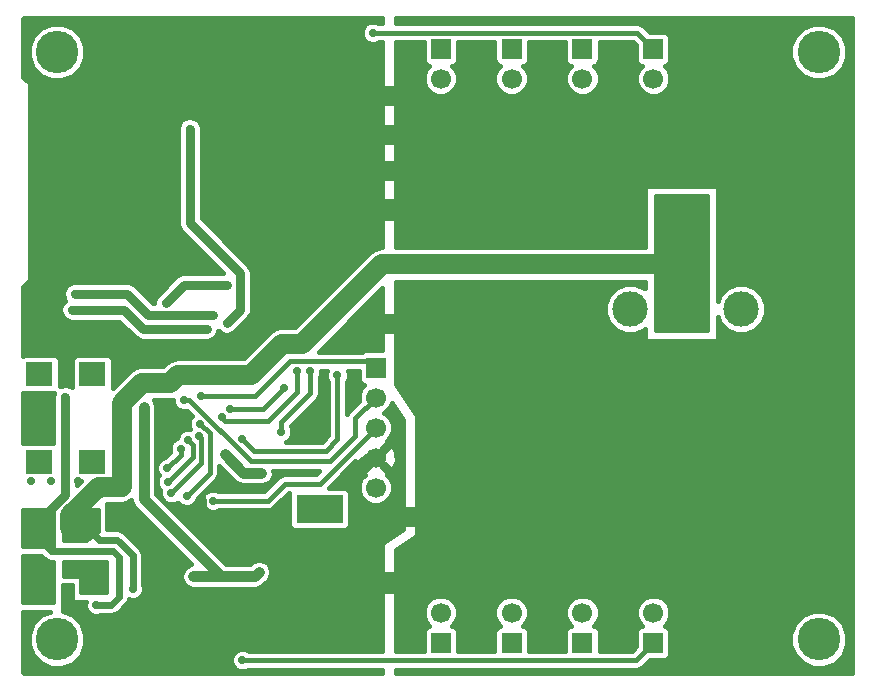
<source format=gbl>
G04 (created by PCBNEW (2013-07-07 BZR 4022)-stable) date 8/5/2019 09:37:44*
%MOIN*%
G04 Gerber Fmt 3.4, Leading zero omitted, Abs format*
%FSLAX34Y34*%
G01*
G70*
G90*
G04 APERTURE LIST*
%ADD10C,0.00590551*%
%ADD11R,0.0905512X0.0787402*%
%ADD12R,0.0688976X0.0787402*%
%ADD13C,0.0275591*%
%ADD14C,0.11811*%
%ADD15R,0.0669291X0.0669291*%
%ADD16C,0.0669291*%
%ADD17C,0.141732*%
%ADD18C,0.0314961*%
%ADD19R,0.155811X0.091811*%
%ADD20R,0.0866142X0.173228*%
%ADD21C,0.0354331*%
%ADD22C,0.0314961*%
%ADD23C,0.015748*%
%ADD24C,0.023622*%
%ADD25C,0.0669291*%
%ADD26C,0.0354331*%
%ADD27C,0.0748031*%
G04 APERTURE END LIST*
G54D10*
G54D11*
X26968Y-27283D03*
X26968Y-30196D03*
G54D12*
X25098Y-27283D03*
X25098Y-30196D03*
G54D11*
X25206Y-27283D03*
X25206Y-30196D03*
G54D13*
X31240Y-36889D03*
X28326Y-36850D03*
X29173Y-35472D03*
X28307Y-32027D03*
X27618Y-32027D03*
X24921Y-30826D03*
X25590Y-30826D03*
X29606Y-20236D03*
X27185Y-15846D03*
X29350Y-15944D03*
X27992Y-36318D03*
X26476Y-30826D03*
G54D14*
X44901Y-25098D03*
X46751Y-25098D03*
X48602Y-25098D03*
G54D13*
X26830Y-32421D03*
X24901Y-34547D03*
X28503Y-26240D03*
X27618Y-25649D03*
X30787Y-36594D03*
X27913Y-27224D03*
X28858Y-24527D03*
X27145Y-26515D03*
X28070Y-32460D03*
X25610Y-22401D03*
X25846Y-20767D03*
X25748Y-19291D03*
X27027Y-20374D03*
X26692Y-21614D03*
X29448Y-19074D03*
X31515Y-20354D03*
X30925Y-22185D03*
X30826Y-19625D03*
X27637Y-16988D03*
X28208Y-16082D03*
X29409Y-16889D03*
X27106Y-36771D03*
X31240Y-34724D03*
X33720Y-33228D03*
X33287Y-33661D03*
X33287Y-32834D03*
X35767Y-33464D03*
X36043Y-31850D03*
X36397Y-34094D03*
X35531Y-32913D03*
X36358Y-32913D03*
X48818Y-35629D03*
X49606Y-34842D03*
X48818Y-34055D03*
X50393Y-34055D03*
X50393Y-32480D03*
X49606Y-33267D03*
X48818Y-32480D03*
X36535Y-17657D03*
X36555Y-18779D03*
X36555Y-19980D03*
X36555Y-21141D03*
X35314Y-16181D03*
X33129Y-30649D03*
X27047Y-19192D03*
X28346Y-19192D03*
X25078Y-25964D03*
X26338Y-25728D03*
X26043Y-26791D03*
X28425Y-32854D03*
X28503Y-22696D03*
X29448Y-22401D03*
X29448Y-21259D03*
X28523Y-20275D03*
X28011Y-21456D03*
X31515Y-19173D03*
X30826Y-21102D03*
X31673Y-22165D03*
X27125Y-22598D03*
X32952Y-23897D03*
X32854Y-25551D03*
X32224Y-26259D03*
X33385Y-24724D03*
X33700Y-23622D03*
X33799Y-22125D03*
X34586Y-21338D03*
X33759Y-20629D03*
X34685Y-20413D03*
X30669Y-16377D03*
X34429Y-18011D03*
X33366Y-17893D03*
X34232Y-16889D03*
X32854Y-17007D03*
X31555Y-17007D03*
X33759Y-15846D03*
X32086Y-15944D03*
X32976Y-36019D03*
X32614Y-35531D03*
X35629Y-28051D03*
X35925Y-26181D03*
X25098Y-29232D03*
X25098Y-28444D03*
X37106Y-30629D03*
X37106Y-29547D03*
X37598Y-36043D03*
X35826Y-36043D03*
X39763Y-16358D03*
X42125Y-16358D03*
X44488Y-16358D03*
X44488Y-36338D03*
X42125Y-36338D03*
X39763Y-36338D03*
X38267Y-21338D03*
X44370Y-31338D03*
X24901Y-32480D03*
X26240Y-32421D03*
G54D15*
X45669Y-36228D03*
G54D16*
X45669Y-35228D03*
X45669Y-34228D03*
G54D15*
X40944Y-36228D03*
G54D16*
X40944Y-35228D03*
X40944Y-34228D03*
G54D15*
X38582Y-36228D03*
G54D16*
X38582Y-35228D03*
X38582Y-34228D03*
G54D15*
X38582Y-16429D03*
G54D16*
X38582Y-17429D03*
X38582Y-18429D03*
G54D15*
X40944Y-16429D03*
G54D16*
X40944Y-17429D03*
X40944Y-18429D03*
G54D15*
X45669Y-16429D03*
G54D16*
X45669Y-17429D03*
X45669Y-18429D03*
G54D15*
X43307Y-16429D03*
G54D16*
X43307Y-17429D03*
X43307Y-18429D03*
G54D15*
X43307Y-36228D03*
G54D16*
X43307Y-35228D03*
X43307Y-34228D03*
G54D13*
X48818Y-18208D03*
X49606Y-18996D03*
X50393Y-18208D03*
X50393Y-19783D03*
X48818Y-19783D03*
X49606Y-20570D03*
X50393Y-21358D03*
X26771Y-34370D03*
X24901Y-33858D03*
G54D15*
X36417Y-27059D03*
G54D16*
X36417Y-28059D03*
X36417Y-29059D03*
X36417Y-30059D03*
X36417Y-31059D03*
G54D17*
X25787Y-16535D03*
X25787Y-36122D03*
X51181Y-36122D03*
X51181Y-16535D03*
G54D18*
X34192Y-31771D03*
X34901Y-31771D03*
G54D19*
X34547Y-31770D03*
G54D20*
X48818Y-22480D03*
G54D21*
X49015Y-23031D03*
X49015Y-22480D03*
X49015Y-21968D03*
G54D20*
X46456Y-22480D03*
G54D21*
X46259Y-23031D03*
X46259Y-22480D03*
X46259Y-21968D03*
X46653Y-21968D03*
X47047Y-21968D03*
X47047Y-22480D03*
X46653Y-22480D03*
X46653Y-23031D03*
X47047Y-23031D03*
X48228Y-21968D03*
X48622Y-21968D03*
X48622Y-22480D03*
X48228Y-22480D03*
X48228Y-23031D03*
X48622Y-23031D03*
G54D20*
X48425Y-22480D03*
X46850Y-22480D03*
G54D13*
X31003Y-25314D03*
X26377Y-24606D03*
X30216Y-19094D03*
X31456Y-25570D03*
X30787Y-25767D03*
X26299Y-25137D03*
X30988Y-31500D03*
X36318Y-15905D03*
X31555Y-28444D03*
X33366Y-27736D03*
X31279Y-28720D03*
X33779Y-27165D03*
X34232Y-27185D03*
X33267Y-29192D03*
X30118Y-31338D03*
X30551Y-28927D03*
X30531Y-29350D03*
X29606Y-31240D03*
X29488Y-30866D03*
X30167Y-29468D03*
X29468Y-30413D03*
X29921Y-29763D03*
X31968Y-36811D03*
X30019Y-28129D03*
X30590Y-28011D03*
X28311Y-34433D03*
X26594Y-35177D03*
X30334Y-26358D03*
X34700Y-29299D03*
X34385Y-28413D03*
X36496Y-22893D03*
X45078Y-28897D03*
X37834Y-21791D03*
X36019Y-32303D03*
X31814Y-32681D03*
X30590Y-31476D03*
X33606Y-35039D03*
X30669Y-34586D03*
X44940Y-30826D03*
X35137Y-27322D03*
X31968Y-29448D03*
X27106Y-34960D03*
X26062Y-28031D03*
X28677Y-30614D03*
X28677Y-28377D03*
X31456Y-24311D03*
X29429Y-24901D03*
X31377Y-29940D03*
X32606Y-30570D03*
X30334Y-34015D03*
X32519Y-33877D03*
G54D22*
X28838Y-25314D02*
X31003Y-25314D01*
X28129Y-24606D02*
X28838Y-25314D01*
X26377Y-24606D02*
X28129Y-24606D01*
X30216Y-19094D02*
X30216Y-22244D01*
X30216Y-22244D02*
X31889Y-23917D01*
X31889Y-25137D02*
X31889Y-23917D01*
X31456Y-25570D02*
X31889Y-25137D01*
X30787Y-25767D02*
X28661Y-25767D01*
X28661Y-25767D02*
X28031Y-25137D01*
X26299Y-25137D02*
X28031Y-25137D01*
G54D23*
X30988Y-31500D02*
X32811Y-31500D01*
X32811Y-31500D02*
X33381Y-30929D01*
X34547Y-30929D02*
X33381Y-30929D01*
X36417Y-29059D02*
X34547Y-30929D01*
X36328Y-15895D02*
X36318Y-15905D01*
X45669Y-16429D02*
X45135Y-15895D01*
X45135Y-15895D02*
X36328Y-15895D01*
X33366Y-27736D02*
X32657Y-28444D01*
X32657Y-28444D02*
X31555Y-28444D01*
X33779Y-27877D02*
X32818Y-28838D01*
X33779Y-27165D02*
X33779Y-27877D01*
X31397Y-28838D02*
X32818Y-28838D01*
X31397Y-28838D02*
X31279Y-28720D01*
X34232Y-27185D02*
X34232Y-27901D01*
X33267Y-28866D02*
X33267Y-29192D01*
X34232Y-27901D02*
X33267Y-28866D01*
X30118Y-31338D02*
X30875Y-30580D01*
X30875Y-29251D02*
X30551Y-28927D01*
X30875Y-30580D02*
X30875Y-29251D01*
X30600Y-29419D02*
X30600Y-30246D01*
X30600Y-30246D02*
X29606Y-31240D01*
X30531Y-29350D02*
X30600Y-29419D01*
X29488Y-30866D02*
X30324Y-30029D01*
X30324Y-29625D02*
X30167Y-29468D01*
X30324Y-30029D02*
X30324Y-29625D01*
X29921Y-29960D02*
X29921Y-29763D01*
X29468Y-30413D02*
X29921Y-29960D01*
X31968Y-36811D02*
X45086Y-36811D01*
X45669Y-36228D02*
X45086Y-36811D01*
X32244Y-30177D02*
X34901Y-30177D01*
X30196Y-28129D02*
X30019Y-28129D01*
X32244Y-30177D02*
X30196Y-28129D01*
X35728Y-28748D02*
X36417Y-28059D01*
X35728Y-29350D02*
X35728Y-28748D01*
X34901Y-30177D02*
X35728Y-29350D01*
X33543Y-26850D02*
X36208Y-26850D01*
X36208Y-26850D02*
X36417Y-27059D01*
X32381Y-28011D02*
X33543Y-26850D01*
X30590Y-28011D02*
X32381Y-28011D01*
G54D24*
X27200Y-32791D02*
X27791Y-32791D01*
X27791Y-32791D02*
X28311Y-33311D01*
X28311Y-33311D02*
X28311Y-34433D01*
X26830Y-32421D02*
X27200Y-32791D01*
G54D25*
X26240Y-32421D02*
X26240Y-31988D01*
X29566Y-27578D02*
X29822Y-27322D01*
X33956Y-26279D02*
X33291Y-26279D01*
X28622Y-27578D02*
X29566Y-27578D01*
X27968Y-28232D02*
X28622Y-27578D01*
X36614Y-23622D02*
X46515Y-23622D01*
X46850Y-23287D02*
X46850Y-22480D01*
X46515Y-23622D02*
X46850Y-23287D01*
X36614Y-23622D02*
X33956Y-26279D01*
X32248Y-27322D02*
X33291Y-26279D01*
X29822Y-27322D02*
X32248Y-27322D01*
X27968Y-28232D02*
X27968Y-31003D01*
X27948Y-31023D02*
X27968Y-31003D01*
X27204Y-31023D02*
X27948Y-31023D01*
X26240Y-31988D02*
X27204Y-31023D01*
G54D26*
X26594Y-35177D02*
X26929Y-35511D01*
X26929Y-35511D02*
X28149Y-35511D01*
X28149Y-35511D02*
X29074Y-34586D01*
X29074Y-34586D02*
X30669Y-34586D01*
G54D25*
X35925Y-26181D02*
X35925Y-25885D01*
X36220Y-25590D02*
X38090Y-25590D01*
X35925Y-25885D02*
X36220Y-25590D01*
X38582Y-34228D02*
X38582Y-32322D01*
X38307Y-32047D02*
X36968Y-32047D01*
X38582Y-32322D02*
X38307Y-32047D01*
X37834Y-19763D02*
X37834Y-18385D01*
X37460Y-18011D02*
X36279Y-18011D01*
X37834Y-18385D02*
X37460Y-18011D01*
X37834Y-20885D02*
X37834Y-19763D01*
X37381Y-19311D02*
X36299Y-19311D01*
X37834Y-19763D02*
X37381Y-19311D01*
X37834Y-21791D02*
X37834Y-20885D01*
X37460Y-20511D02*
X36279Y-20511D01*
X37834Y-20885D02*
X37460Y-20511D01*
G54D26*
X34700Y-28728D02*
X34700Y-29299D01*
X34385Y-28413D02*
X34700Y-28728D01*
G54D27*
X36019Y-32303D02*
X36019Y-34149D01*
X36098Y-34228D02*
X38582Y-34228D01*
X36019Y-34149D02*
X36098Y-34228D01*
X37834Y-21791D02*
X36322Y-21791D01*
G54D26*
X36417Y-30059D02*
X36153Y-30059D01*
X36153Y-30059D02*
X35740Y-30472D01*
X35740Y-30472D02*
X35740Y-32023D01*
X35740Y-32023D02*
X36019Y-32303D01*
X31334Y-32681D02*
X31814Y-32681D01*
X30590Y-31937D02*
X31334Y-32681D01*
X30590Y-31476D02*
X30590Y-31937D01*
X30669Y-34586D02*
X31122Y-35039D01*
X31122Y-35039D02*
X33606Y-35039D01*
G54D23*
X34748Y-29842D02*
X32362Y-29842D01*
X35137Y-27322D02*
X35137Y-29452D01*
X32362Y-29842D02*
X31968Y-29448D01*
X35137Y-29452D02*
X34748Y-29842D01*
G54D24*
X27598Y-34960D02*
X27854Y-34704D01*
X27106Y-34960D02*
X27598Y-34960D01*
X27854Y-33366D02*
X27854Y-34704D01*
X27657Y-33169D02*
X27765Y-33277D01*
X27765Y-33277D02*
X27854Y-33366D01*
X25590Y-33169D02*
X27657Y-33169D01*
G54D22*
X26062Y-31318D02*
X24901Y-32480D01*
X26062Y-28031D02*
X26062Y-31318D01*
G54D24*
X24901Y-32480D02*
X25590Y-33169D01*
G54D26*
X28677Y-30614D02*
X28677Y-31433D01*
X28677Y-31433D02*
X31259Y-34015D01*
X28677Y-30614D02*
X28677Y-30618D01*
X28677Y-28377D02*
X28677Y-30618D01*
G54D22*
X30019Y-24311D02*
X31456Y-24311D01*
X29429Y-24901D02*
X30019Y-24311D01*
G54D26*
X32007Y-30570D02*
X31377Y-29940D01*
X32606Y-30570D02*
X32007Y-30570D01*
X32381Y-34015D02*
X32519Y-33877D01*
X31259Y-34015D02*
X32381Y-34015D01*
X30334Y-34015D02*
X31259Y-34015D01*
G54D10*
G36*
X47460Y-25807D02*
X45748Y-25807D01*
X45748Y-21338D01*
X47460Y-21338D01*
X47460Y-25807D01*
X47460Y-25807D01*
G37*
G54D23*
X47460Y-25807D02*
X45748Y-25807D01*
X45748Y-21338D01*
X47460Y-21338D01*
X47460Y-25807D01*
G54D10*
G36*
X52303Y-37179D02*
X52295Y-37218D01*
X52288Y-37228D01*
X52276Y-37236D01*
X52238Y-37244D01*
X52126Y-37244D01*
X52126Y-35934D01*
X52126Y-16348D01*
X51982Y-16000D01*
X51717Y-15734D01*
X51369Y-15590D01*
X50993Y-15590D01*
X50646Y-15733D01*
X50380Y-15999D01*
X50236Y-16346D01*
X50236Y-16722D01*
X50379Y-17069D01*
X50645Y-17335D01*
X50992Y-17480D01*
X51368Y-17480D01*
X51715Y-17336D01*
X51981Y-17071D01*
X52125Y-16724D01*
X52126Y-16348D01*
X52126Y-35934D01*
X51982Y-35587D01*
X51717Y-35321D01*
X51369Y-35177D01*
X50993Y-35177D01*
X50646Y-35320D01*
X50380Y-35586D01*
X50236Y-35933D01*
X50236Y-36309D01*
X50379Y-36656D01*
X50645Y-36922D01*
X50992Y-37066D01*
X51368Y-37067D01*
X51715Y-36923D01*
X51981Y-36657D01*
X52125Y-36310D01*
X52126Y-35934D01*
X52126Y-37244D01*
X37086Y-37244D01*
X37086Y-37125D01*
X45086Y-37125D01*
X45086Y-37125D01*
X45207Y-37102D01*
X45309Y-37033D01*
X45543Y-36799D01*
X46050Y-36799D01*
X46137Y-36763D01*
X46204Y-36696D01*
X46240Y-36610D01*
X46240Y-36516D01*
X46240Y-35846D01*
X46204Y-35760D01*
X46137Y-35693D01*
X46051Y-35657D01*
X46047Y-35657D01*
X46152Y-35552D01*
X46240Y-35342D01*
X46240Y-35115D01*
X46153Y-34905D01*
X45993Y-34744D01*
X45783Y-34657D01*
X45556Y-34657D01*
X45346Y-34744D01*
X45185Y-34904D01*
X45098Y-35114D01*
X45098Y-35341D01*
X45185Y-35551D01*
X45291Y-35657D01*
X45287Y-35657D01*
X45201Y-35693D01*
X45134Y-35759D01*
X45098Y-35846D01*
X45098Y-35940D01*
X45098Y-36353D01*
X44956Y-36496D01*
X43877Y-36496D01*
X43877Y-35846D01*
X43842Y-35760D01*
X43775Y-35693D01*
X43688Y-35657D01*
X43685Y-35657D01*
X43790Y-35552D01*
X43877Y-35342D01*
X43878Y-35115D01*
X43791Y-34905D01*
X43630Y-34744D01*
X43421Y-34657D01*
X43194Y-34657D01*
X42984Y-34744D01*
X42823Y-34904D01*
X42736Y-35114D01*
X42736Y-35341D01*
X42822Y-35551D01*
X42928Y-35657D01*
X42925Y-35657D01*
X42838Y-35693D01*
X42772Y-35759D01*
X42736Y-35846D01*
X42736Y-35940D01*
X42736Y-36496D01*
X41515Y-36496D01*
X41515Y-35846D01*
X41479Y-35760D01*
X41413Y-35693D01*
X41326Y-35657D01*
X41322Y-35657D01*
X41428Y-35552D01*
X41515Y-35342D01*
X41515Y-35115D01*
X41429Y-34905D01*
X41268Y-34744D01*
X41058Y-34657D01*
X40831Y-34657D01*
X40621Y-34744D01*
X40461Y-34904D01*
X40374Y-35114D01*
X40373Y-35341D01*
X40460Y-35551D01*
X40566Y-35657D01*
X40563Y-35657D01*
X40476Y-35693D01*
X40410Y-35759D01*
X40374Y-35846D01*
X40373Y-35940D01*
X40373Y-36496D01*
X39153Y-36496D01*
X39153Y-35846D01*
X39117Y-35760D01*
X39051Y-35693D01*
X38964Y-35657D01*
X38960Y-35657D01*
X39066Y-35552D01*
X39153Y-35342D01*
X39153Y-35115D01*
X39066Y-34905D01*
X38906Y-34744D01*
X38696Y-34657D01*
X38469Y-34657D01*
X38259Y-34744D01*
X38099Y-34904D01*
X38011Y-35114D01*
X38011Y-35341D01*
X38098Y-35551D01*
X38204Y-35657D01*
X38201Y-35657D01*
X38114Y-35693D01*
X38047Y-35759D01*
X38011Y-35846D01*
X38011Y-35940D01*
X38011Y-36496D01*
X37086Y-36496D01*
X37086Y-33152D01*
X37795Y-32679D01*
X37795Y-28676D01*
X37086Y-27613D01*
X37086Y-24192D01*
X45393Y-24192D01*
X45393Y-24421D01*
X45370Y-24397D01*
X45066Y-24271D01*
X44737Y-24271D01*
X44433Y-24397D01*
X44201Y-24629D01*
X44074Y-24933D01*
X44074Y-25262D01*
X44200Y-25566D01*
X44432Y-25798D01*
X44736Y-25925D01*
X45065Y-25925D01*
X45369Y-25799D01*
X45393Y-25775D01*
X45393Y-26161D01*
X47814Y-26161D01*
X47814Y-25357D01*
X47901Y-25566D01*
X48133Y-25798D01*
X48437Y-25925D01*
X48766Y-25925D01*
X49070Y-25799D01*
X49302Y-25567D01*
X49428Y-25263D01*
X49429Y-24934D01*
X49303Y-24630D01*
X49071Y-24397D01*
X48767Y-24271D01*
X48438Y-24271D01*
X48134Y-24397D01*
X47901Y-24629D01*
X47814Y-24838D01*
X47814Y-21003D01*
X45393Y-21003D01*
X45393Y-23051D01*
X37086Y-23051D01*
X37086Y-16210D01*
X38011Y-16210D01*
X38011Y-16810D01*
X38047Y-16897D01*
X38114Y-16963D01*
X38200Y-16999D01*
X38204Y-16999D01*
X38099Y-17105D01*
X38011Y-17315D01*
X38011Y-17542D01*
X38098Y-17752D01*
X38258Y-17912D01*
X38468Y-17999D01*
X38695Y-18000D01*
X38905Y-17913D01*
X39066Y-17752D01*
X39153Y-17543D01*
X39153Y-17316D01*
X39066Y-17106D01*
X38960Y-17000D01*
X38964Y-17000D01*
X39050Y-16964D01*
X39117Y-16897D01*
X39153Y-16810D01*
X39153Y-16716D01*
X39153Y-16210D01*
X40373Y-16210D01*
X40373Y-16810D01*
X40409Y-16897D01*
X40476Y-16963D01*
X40563Y-16999D01*
X40566Y-16999D01*
X40461Y-17105D01*
X40374Y-17315D01*
X40373Y-17542D01*
X40460Y-17752D01*
X40621Y-17912D01*
X40830Y-17999D01*
X41057Y-18000D01*
X41267Y-17913D01*
X41428Y-17752D01*
X41515Y-17543D01*
X41515Y-17316D01*
X41429Y-17106D01*
X41323Y-17000D01*
X41326Y-17000D01*
X41413Y-16964D01*
X41479Y-16897D01*
X41515Y-16810D01*
X41515Y-16716D01*
X41515Y-16210D01*
X42736Y-16210D01*
X42736Y-16810D01*
X42772Y-16897D01*
X42838Y-16963D01*
X42925Y-16999D01*
X42928Y-16999D01*
X42823Y-17105D01*
X42736Y-17315D01*
X42736Y-17542D01*
X42822Y-17752D01*
X42983Y-17912D01*
X43193Y-17999D01*
X43420Y-18000D01*
X43630Y-17913D01*
X43790Y-17752D01*
X43877Y-17543D01*
X43878Y-17316D01*
X43791Y-17106D01*
X43685Y-17000D01*
X43688Y-17000D01*
X43775Y-16964D01*
X43841Y-16897D01*
X43877Y-16810D01*
X43877Y-16716D01*
X43877Y-16210D01*
X45005Y-16210D01*
X45098Y-16303D01*
X45098Y-16810D01*
X45134Y-16897D01*
X45200Y-16963D01*
X45287Y-16999D01*
X45291Y-16999D01*
X45185Y-17105D01*
X45098Y-17315D01*
X45098Y-17542D01*
X45185Y-17752D01*
X45345Y-17912D01*
X45555Y-17999D01*
X45782Y-18000D01*
X45992Y-17913D01*
X46152Y-17752D01*
X46240Y-17543D01*
X46240Y-17316D01*
X46153Y-17106D01*
X46047Y-17000D01*
X46050Y-17000D01*
X46137Y-16964D01*
X46204Y-16897D01*
X46240Y-16810D01*
X46240Y-16716D01*
X46240Y-16047D01*
X46204Y-15960D01*
X46137Y-15894D01*
X46051Y-15858D01*
X45957Y-15858D01*
X45543Y-15858D01*
X45358Y-15672D01*
X45256Y-15604D01*
X45135Y-15580D01*
X37086Y-15580D01*
X37086Y-15413D01*
X52238Y-15413D01*
X52276Y-15420D01*
X52288Y-15428D01*
X52295Y-15439D01*
X52303Y-15478D01*
X52303Y-37179D01*
X52303Y-37179D01*
G37*
G54D23*
X52303Y-37179D02*
X52295Y-37218D01*
X52288Y-37228D01*
X52276Y-37236D01*
X52238Y-37244D01*
X52126Y-37244D01*
X52126Y-35934D01*
X52126Y-16348D01*
X51982Y-16000D01*
X51717Y-15734D01*
X51369Y-15590D01*
X50993Y-15590D01*
X50646Y-15733D01*
X50380Y-15999D01*
X50236Y-16346D01*
X50236Y-16722D01*
X50379Y-17069D01*
X50645Y-17335D01*
X50992Y-17480D01*
X51368Y-17480D01*
X51715Y-17336D01*
X51981Y-17071D01*
X52125Y-16724D01*
X52126Y-16348D01*
X52126Y-35934D01*
X51982Y-35587D01*
X51717Y-35321D01*
X51369Y-35177D01*
X50993Y-35177D01*
X50646Y-35320D01*
X50380Y-35586D01*
X50236Y-35933D01*
X50236Y-36309D01*
X50379Y-36656D01*
X50645Y-36922D01*
X50992Y-37066D01*
X51368Y-37067D01*
X51715Y-36923D01*
X51981Y-36657D01*
X52125Y-36310D01*
X52126Y-35934D01*
X52126Y-37244D01*
X37086Y-37244D01*
X37086Y-37125D01*
X45086Y-37125D01*
X45086Y-37125D01*
X45207Y-37102D01*
X45309Y-37033D01*
X45543Y-36799D01*
X46050Y-36799D01*
X46137Y-36763D01*
X46204Y-36696D01*
X46240Y-36610D01*
X46240Y-36516D01*
X46240Y-35846D01*
X46204Y-35760D01*
X46137Y-35693D01*
X46051Y-35657D01*
X46047Y-35657D01*
X46152Y-35552D01*
X46240Y-35342D01*
X46240Y-35115D01*
X46153Y-34905D01*
X45993Y-34744D01*
X45783Y-34657D01*
X45556Y-34657D01*
X45346Y-34744D01*
X45185Y-34904D01*
X45098Y-35114D01*
X45098Y-35341D01*
X45185Y-35551D01*
X45291Y-35657D01*
X45287Y-35657D01*
X45201Y-35693D01*
X45134Y-35759D01*
X45098Y-35846D01*
X45098Y-35940D01*
X45098Y-36353D01*
X44956Y-36496D01*
X43877Y-36496D01*
X43877Y-35846D01*
X43842Y-35760D01*
X43775Y-35693D01*
X43688Y-35657D01*
X43685Y-35657D01*
X43790Y-35552D01*
X43877Y-35342D01*
X43878Y-35115D01*
X43791Y-34905D01*
X43630Y-34744D01*
X43421Y-34657D01*
X43194Y-34657D01*
X42984Y-34744D01*
X42823Y-34904D01*
X42736Y-35114D01*
X42736Y-35341D01*
X42822Y-35551D01*
X42928Y-35657D01*
X42925Y-35657D01*
X42838Y-35693D01*
X42772Y-35759D01*
X42736Y-35846D01*
X42736Y-35940D01*
X42736Y-36496D01*
X41515Y-36496D01*
X41515Y-35846D01*
X41479Y-35760D01*
X41413Y-35693D01*
X41326Y-35657D01*
X41322Y-35657D01*
X41428Y-35552D01*
X41515Y-35342D01*
X41515Y-35115D01*
X41429Y-34905D01*
X41268Y-34744D01*
X41058Y-34657D01*
X40831Y-34657D01*
X40621Y-34744D01*
X40461Y-34904D01*
X40374Y-35114D01*
X40373Y-35341D01*
X40460Y-35551D01*
X40566Y-35657D01*
X40563Y-35657D01*
X40476Y-35693D01*
X40410Y-35759D01*
X40374Y-35846D01*
X40373Y-35940D01*
X40373Y-36496D01*
X39153Y-36496D01*
X39153Y-35846D01*
X39117Y-35760D01*
X39051Y-35693D01*
X38964Y-35657D01*
X38960Y-35657D01*
X39066Y-35552D01*
X39153Y-35342D01*
X39153Y-35115D01*
X39066Y-34905D01*
X38906Y-34744D01*
X38696Y-34657D01*
X38469Y-34657D01*
X38259Y-34744D01*
X38099Y-34904D01*
X38011Y-35114D01*
X38011Y-35341D01*
X38098Y-35551D01*
X38204Y-35657D01*
X38201Y-35657D01*
X38114Y-35693D01*
X38047Y-35759D01*
X38011Y-35846D01*
X38011Y-35940D01*
X38011Y-36496D01*
X37086Y-36496D01*
X37086Y-33152D01*
X37795Y-32679D01*
X37795Y-28676D01*
X37086Y-27613D01*
X37086Y-24192D01*
X45393Y-24192D01*
X45393Y-24421D01*
X45370Y-24397D01*
X45066Y-24271D01*
X44737Y-24271D01*
X44433Y-24397D01*
X44201Y-24629D01*
X44074Y-24933D01*
X44074Y-25262D01*
X44200Y-25566D01*
X44432Y-25798D01*
X44736Y-25925D01*
X45065Y-25925D01*
X45369Y-25799D01*
X45393Y-25775D01*
X45393Y-26161D01*
X47814Y-26161D01*
X47814Y-25357D01*
X47901Y-25566D01*
X48133Y-25798D01*
X48437Y-25925D01*
X48766Y-25925D01*
X49070Y-25799D01*
X49302Y-25567D01*
X49428Y-25263D01*
X49429Y-24934D01*
X49303Y-24630D01*
X49071Y-24397D01*
X48767Y-24271D01*
X48438Y-24271D01*
X48134Y-24397D01*
X47901Y-24629D01*
X47814Y-24838D01*
X47814Y-21003D01*
X45393Y-21003D01*
X45393Y-23051D01*
X37086Y-23051D01*
X37086Y-16210D01*
X38011Y-16210D01*
X38011Y-16810D01*
X38047Y-16897D01*
X38114Y-16963D01*
X38200Y-16999D01*
X38204Y-16999D01*
X38099Y-17105D01*
X38011Y-17315D01*
X38011Y-17542D01*
X38098Y-17752D01*
X38258Y-17912D01*
X38468Y-17999D01*
X38695Y-18000D01*
X38905Y-17913D01*
X39066Y-17752D01*
X39153Y-17543D01*
X39153Y-17316D01*
X39066Y-17106D01*
X38960Y-17000D01*
X38964Y-17000D01*
X39050Y-16964D01*
X39117Y-16897D01*
X39153Y-16810D01*
X39153Y-16716D01*
X39153Y-16210D01*
X40373Y-16210D01*
X40373Y-16810D01*
X40409Y-16897D01*
X40476Y-16963D01*
X40563Y-16999D01*
X40566Y-16999D01*
X40461Y-17105D01*
X40374Y-17315D01*
X40373Y-17542D01*
X40460Y-17752D01*
X40621Y-17912D01*
X40830Y-17999D01*
X41057Y-18000D01*
X41267Y-17913D01*
X41428Y-17752D01*
X41515Y-17543D01*
X41515Y-17316D01*
X41429Y-17106D01*
X41323Y-17000D01*
X41326Y-17000D01*
X41413Y-16964D01*
X41479Y-16897D01*
X41515Y-16810D01*
X41515Y-16716D01*
X41515Y-16210D01*
X42736Y-16210D01*
X42736Y-16810D01*
X42772Y-16897D01*
X42838Y-16963D01*
X42925Y-16999D01*
X42928Y-16999D01*
X42823Y-17105D01*
X42736Y-17315D01*
X42736Y-17542D01*
X42822Y-17752D01*
X42983Y-17912D01*
X43193Y-17999D01*
X43420Y-18000D01*
X43630Y-17913D01*
X43790Y-17752D01*
X43877Y-17543D01*
X43878Y-17316D01*
X43791Y-17106D01*
X43685Y-17000D01*
X43688Y-17000D01*
X43775Y-16964D01*
X43841Y-16897D01*
X43877Y-16810D01*
X43877Y-16716D01*
X43877Y-16210D01*
X45005Y-16210D01*
X45098Y-16303D01*
X45098Y-16810D01*
X45134Y-16897D01*
X45200Y-16963D01*
X45287Y-16999D01*
X45291Y-16999D01*
X45185Y-17105D01*
X45098Y-17315D01*
X45098Y-17542D01*
X45185Y-17752D01*
X45345Y-17912D01*
X45555Y-17999D01*
X45782Y-18000D01*
X45992Y-17913D01*
X46152Y-17752D01*
X46240Y-17543D01*
X46240Y-17316D01*
X46153Y-17106D01*
X46047Y-17000D01*
X46050Y-17000D01*
X46137Y-16964D01*
X46204Y-16897D01*
X46240Y-16810D01*
X46240Y-16716D01*
X46240Y-16047D01*
X46204Y-15960D01*
X46137Y-15894D01*
X46051Y-15858D01*
X45957Y-15858D01*
X45543Y-15858D01*
X45358Y-15672D01*
X45256Y-15604D01*
X45135Y-15580D01*
X37086Y-15580D01*
X37086Y-15413D01*
X52238Y-15413D01*
X52276Y-15420D01*
X52288Y-15428D01*
X52295Y-15439D01*
X52303Y-15478D01*
X52303Y-37179D01*
G54D10*
G36*
X25692Y-27913D02*
X25669Y-28031D01*
X25669Y-29566D01*
X25612Y-29566D01*
X25396Y-29566D01*
X24707Y-29566D01*
X24665Y-29584D01*
X24665Y-27896D01*
X24706Y-27913D01*
X24800Y-27913D01*
X25489Y-27913D01*
X25692Y-27913D01*
X25692Y-27913D01*
G37*
G54D23*
X25692Y-27913D02*
X25669Y-28031D01*
X25669Y-29566D01*
X25612Y-29566D01*
X25396Y-29566D01*
X24707Y-29566D01*
X24665Y-29584D01*
X24665Y-27896D01*
X24706Y-27913D01*
X24800Y-27913D01*
X25489Y-27913D01*
X25692Y-27913D01*
G54D10*
G36*
X26594Y-30826D02*
X26456Y-30964D01*
X26456Y-30821D01*
X26468Y-30826D01*
X26562Y-30826D01*
X26594Y-30826D01*
X26594Y-30826D01*
G37*
G54D23*
X26594Y-30826D02*
X26456Y-30964D01*
X26456Y-30821D01*
X26468Y-30826D01*
X26562Y-30826D01*
X26594Y-30826D01*
G54D10*
G36*
X34822Y-29322D02*
X34617Y-29527D01*
X33437Y-29527D01*
X33479Y-29510D01*
X33584Y-29405D01*
X33641Y-29267D01*
X33641Y-29118D01*
X33588Y-28990D01*
X34454Y-28124D01*
X34454Y-28124D01*
X34523Y-28022D01*
X34547Y-27901D01*
X34547Y-27901D01*
X34547Y-27399D01*
X34549Y-27397D01*
X34606Y-27259D01*
X34606Y-27165D01*
X34798Y-27165D01*
X34763Y-27248D01*
X34763Y-27396D01*
X34820Y-27534D01*
X34822Y-27536D01*
X34822Y-29322D01*
X34822Y-29322D01*
G37*
G54D23*
X34822Y-29322D02*
X34617Y-29527D01*
X33437Y-29527D01*
X33479Y-29510D01*
X33584Y-29405D01*
X33641Y-29267D01*
X33641Y-29118D01*
X33588Y-28990D01*
X34454Y-28124D01*
X34454Y-28124D01*
X34523Y-28022D01*
X34547Y-27901D01*
X34547Y-27901D01*
X34547Y-27399D01*
X34549Y-27397D01*
X34606Y-27259D01*
X34606Y-27165D01*
X34798Y-27165D01*
X34763Y-27248D01*
X34763Y-27396D01*
X34820Y-27534D01*
X34822Y-27536D01*
X34822Y-29322D01*
G54D10*
G36*
X36039Y-27629D02*
X35933Y-27735D01*
X35846Y-27945D01*
X35846Y-28172D01*
X35850Y-28180D01*
X35505Y-28525D01*
X35452Y-28604D01*
X35452Y-27536D01*
X35454Y-27534D01*
X35511Y-27397D01*
X35511Y-27248D01*
X35477Y-27165D01*
X35846Y-27165D01*
X35846Y-27440D01*
X35882Y-27527D01*
X35948Y-27593D01*
X36035Y-27629D01*
X36039Y-27629D01*
X36039Y-27629D01*
G37*
G54D23*
X36039Y-27629D02*
X35933Y-27735D01*
X35846Y-27945D01*
X35846Y-28172D01*
X35850Y-28180D01*
X35505Y-28525D01*
X35452Y-28604D01*
X35452Y-27536D01*
X35454Y-27534D01*
X35511Y-27397D01*
X35511Y-27248D01*
X35477Y-27165D01*
X35846Y-27165D01*
X35846Y-27440D01*
X35882Y-27527D01*
X35948Y-27593D01*
X36035Y-27629D01*
X36039Y-27629D01*
G54D10*
G36*
X36633Y-23051D02*
X36614Y-23051D01*
X36395Y-23094D01*
X36210Y-23218D01*
X36210Y-23218D01*
X33720Y-25708D01*
X33291Y-25708D01*
X33291Y-25708D01*
X33255Y-25715D01*
X33072Y-25752D01*
X32887Y-25875D01*
X32887Y-25875D01*
X32283Y-26480D01*
X32283Y-25137D01*
X32283Y-25137D01*
X32283Y-25137D01*
X32283Y-23917D01*
X32253Y-23766D01*
X32253Y-23766D01*
X32232Y-23734D01*
X32168Y-23638D01*
X32168Y-23638D01*
X30610Y-22081D01*
X30610Y-19094D01*
X30580Y-18943D01*
X30494Y-18816D01*
X30367Y-18730D01*
X30216Y-18700D01*
X30065Y-18730D01*
X29938Y-18816D01*
X29852Y-18943D01*
X29822Y-19094D01*
X29822Y-22244D01*
X29852Y-22394D01*
X29938Y-22522D01*
X31332Y-23917D01*
X30019Y-23917D01*
X29869Y-23947D01*
X29741Y-24032D01*
X29150Y-24623D01*
X29065Y-24750D01*
X29035Y-24901D01*
X29039Y-24921D01*
X29001Y-24921D01*
X28408Y-24327D01*
X28280Y-24242D01*
X28129Y-24212D01*
X26732Y-24212D01*
X26732Y-16348D01*
X26588Y-16000D01*
X26323Y-15734D01*
X25976Y-15590D01*
X25600Y-15590D01*
X25252Y-15733D01*
X24986Y-15999D01*
X24842Y-16346D01*
X24842Y-16722D01*
X24985Y-17069D01*
X25251Y-17335D01*
X25598Y-17480D01*
X25974Y-17480D01*
X26321Y-17336D01*
X26587Y-17071D01*
X26732Y-16724D01*
X26732Y-16348D01*
X26732Y-24212D01*
X26377Y-24212D01*
X26227Y-24242D01*
X26099Y-24327D01*
X26014Y-24455D01*
X25984Y-24606D01*
X26014Y-24756D01*
X26063Y-24830D01*
X26020Y-24859D01*
X25935Y-24987D01*
X25905Y-25137D01*
X25935Y-25288D01*
X26020Y-25416D01*
X26148Y-25501D01*
X26299Y-25531D01*
X27868Y-25531D01*
X28383Y-26046D01*
X28383Y-26046D01*
X28478Y-26109D01*
X28510Y-26131D01*
X28510Y-26131D01*
X28661Y-26161D01*
X30787Y-26161D01*
X30938Y-26131D01*
X31065Y-26046D01*
X31151Y-25918D01*
X31167Y-25833D01*
X31178Y-25849D01*
X31306Y-25934D01*
X31456Y-25964D01*
X31607Y-25934D01*
X31735Y-25849D01*
X32168Y-25416D01*
X32168Y-25416D01*
X32168Y-25416D01*
X32232Y-25320D01*
X32253Y-25288D01*
X32253Y-25288D01*
X32253Y-25288D01*
X32276Y-25175D01*
X32283Y-25137D01*
X32283Y-26480D01*
X32011Y-26751D01*
X29822Y-26751D01*
X29822Y-26751D01*
X29604Y-26795D01*
X29419Y-26919D01*
X29419Y-26919D01*
X29330Y-27007D01*
X28622Y-27007D01*
X28403Y-27051D01*
X28218Y-27175D01*
X28218Y-27175D01*
X27649Y-27744D01*
X27657Y-27724D01*
X27657Y-27630D01*
X27657Y-26842D01*
X27621Y-26756D01*
X27555Y-26689D01*
X27468Y-26653D01*
X27374Y-26653D01*
X26468Y-26653D01*
X26382Y-26689D01*
X26315Y-26755D01*
X26279Y-26842D01*
X26279Y-26936D01*
X26279Y-27711D01*
X26213Y-27667D01*
X26062Y-27637D01*
X25912Y-27667D01*
X25895Y-27678D01*
X25895Y-27630D01*
X25895Y-26842D01*
X25859Y-26756D01*
X25793Y-26689D01*
X25706Y-26653D01*
X25612Y-26653D01*
X25396Y-26653D01*
X24707Y-26653D01*
X24665Y-26670D01*
X24665Y-24363D01*
X24881Y-24146D01*
X24881Y-17585D01*
X24665Y-17368D01*
X24665Y-15477D01*
X24672Y-15439D01*
X24680Y-15428D01*
X24691Y-15421D01*
X24730Y-15413D01*
X36633Y-15413D01*
X36633Y-15580D01*
X36511Y-15580D01*
X36393Y-15531D01*
X36244Y-15531D01*
X36107Y-15588D01*
X36002Y-15693D01*
X35944Y-15830D01*
X35944Y-15979D01*
X36001Y-16117D01*
X36106Y-16222D01*
X36244Y-16279D01*
X36392Y-16279D01*
X36530Y-16222D01*
X36542Y-16210D01*
X36633Y-16210D01*
X36633Y-23051D01*
X36633Y-23051D01*
G37*
G54D23*
X36633Y-23051D02*
X36614Y-23051D01*
X36395Y-23094D01*
X36210Y-23218D01*
X36210Y-23218D01*
X33720Y-25708D01*
X33291Y-25708D01*
X33291Y-25708D01*
X33255Y-25715D01*
X33072Y-25752D01*
X32887Y-25875D01*
X32887Y-25875D01*
X32283Y-26480D01*
X32283Y-25137D01*
X32283Y-25137D01*
X32283Y-25137D01*
X32283Y-23917D01*
X32253Y-23766D01*
X32253Y-23766D01*
X32232Y-23734D01*
X32168Y-23638D01*
X32168Y-23638D01*
X30610Y-22081D01*
X30610Y-19094D01*
X30580Y-18943D01*
X30494Y-18816D01*
X30367Y-18730D01*
X30216Y-18700D01*
X30065Y-18730D01*
X29938Y-18816D01*
X29852Y-18943D01*
X29822Y-19094D01*
X29822Y-22244D01*
X29852Y-22394D01*
X29938Y-22522D01*
X31332Y-23917D01*
X30019Y-23917D01*
X29869Y-23947D01*
X29741Y-24032D01*
X29150Y-24623D01*
X29065Y-24750D01*
X29035Y-24901D01*
X29039Y-24921D01*
X29001Y-24921D01*
X28408Y-24327D01*
X28280Y-24242D01*
X28129Y-24212D01*
X26732Y-24212D01*
X26732Y-16348D01*
X26588Y-16000D01*
X26323Y-15734D01*
X25976Y-15590D01*
X25600Y-15590D01*
X25252Y-15733D01*
X24986Y-15999D01*
X24842Y-16346D01*
X24842Y-16722D01*
X24985Y-17069D01*
X25251Y-17335D01*
X25598Y-17480D01*
X25974Y-17480D01*
X26321Y-17336D01*
X26587Y-17071D01*
X26732Y-16724D01*
X26732Y-16348D01*
X26732Y-24212D01*
X26377Y-24212D01*
X26227Y-24242D01*
X26099Y-24327D01*
X26014Y-24455D01*
X25984Y-24606D01*
X26014Y-24756D01*
X26063Y-24830D01*
X26020Y-24859D01*
X25935Y-24987D01*
X25905Y-25137D01*
X25935Y-25288D01*
X26020Y-25416D01*
X26148Y-25501D01*
X26299Y-25531D01*
X27868Y-25531D01*
X28383Y-26046D01*
X28383Y-26046D01*
X28478Y-26109D01*
X28510Y-26131D01*
X28510Y-26131D01*
X28661Y-26161D01*
X30787Y-26161D01*
X30938Y-26131D01*
X31065Y-26046D01*
X31151Y-25918D01*
X31167Y-25833D01*
X31178Y-25849D01*
X31306Y-25934D01*
X31456Y-25964D01*
X31607Y-25934D01*
X31735Y-25849D01*
X32168Y-25416D01*
X32168Y-25416D01*
X32168Y-25416D01*
X32232Y-25320D01*
X32253Y-25288D01*
X32253Y-25288D01*
X32253Y-25288D01*
X32276Y-25175D01*
X32283Y-25137D01*
X32283Y-26480D01*
X32011Y-26751D01*
X29822Y-26751D01*
X29822Y-26751D01*
X29604Y-26795D01*
X29419Y-26919D01*
X29419Y-26919D01*
X29330Y-27007D01*
X28622Y-27007D01*
X28403Y-27051D01*
X28218Y-27175D01*
X28218Y-27175D01*
X27649Y-27744D01*
X27657Y-27724D01*
X27657Y-27630D01*
X27657Y-26842D01*
X27621Y-26756D01*
X27555Y-26689D01*
X27468Y-26653D01*
X27374Y-26653D01*
X26468Y-26653D01*
X26382Y-26689D01*
X26315Y-26755D01*
X26279Y-26842D01*
X26279Y-26936D01*
X26279Y-27711D01*
X26213Y-27667D01*
X26062Y-27637D01*
X25912Y-27667D01*
X25895Y-27678D01*
X25895Y-27630D01*
X25895Y-26842D01*
X25859Y-26756D01*
X25793Y-26689D01*
X25706Y-26653D01*
X25612Y-26653D01*
X25396Y-26653D01*
X24707Y-26653D01*
X24665Y-26670D01*
X24665Y-24363D01*
X24881Y-24146D01*
X24881Y-17585D01*
X24665Y-17368D01*
X24665Y-15477D01*
X24672Y-15439D01*
X24680Y-15428D01*
X24691Y-15421D01*
X24730Y-15413D01*
X36633Y-15413D01*
X36633Y-15580D01*
X36511Y-15580D01*
X36393Y-15531D01*
X36244Y-15531D01*
X36107Y-15588D01*
X36002Y-15693D01*
X35944Y-15830D01*
X35944Y-15979D01*
X36001Y-16117D01*
X36106Y-16222D01*
X36244Y-16279D01*
X36392Y-16279D01*
X36530Y-16222D01*
X36542Y-16210D01*
X36633Y-16210D01*
X36633Y-23051D01*
G54D10*
G36*
X36633Y-26488D02*
X36035Y-26488D01*
X35949Y-26524D01*
X35937Y-26535D01*
X34508Y-26535D01*
X36633Y-24409D01*
X36633Y-26488D01*
X36633Y-26488D01*
G37*
G54D23*
X36633Y-26488D02*
X36035Y-26488D01*
X35949Y-26524D01*
X35937Y-26535D01*
X34508Y-26535D01*
X36633Y-24409D01*
X36633Y-26488D01*
G54D10*
G36*
X37322Y-32438D02*
X37111Y-32583D01*
X37111Y-30165D01*
X37099Y-29891D01*
X37018Y-29695D01*
X36891Y-29668D01*
X36500Y-30059D01*
X36891Y-30449D01*
X37018Y-30422D01*
X37111Y-30165D01*
X37111Y-32583D01*
X36988Y-32668D01*
X36988Y-30946D01*
X36901Y-30736D01*
X36788Y-30623D01*
X36807Y-30532D01*
X36417Y-30142D01*
X36027Y-30532D01*
X36045Y-30623D01*
X35933Y-30735D01*
X35846Y-30945D01*
X35846Y-31172D01*
X35933Y-31382D01*
X36093Y-31542D01*
X36303Y-31629D01*
X36530Y-31630D01*
X36740Y-31543D01*
X36900Y-31382D01*
X36988Y-31173D01*
X36988Y-30946D01*
X36988Y-32668D01*
X36633Y-32911D01*
X36633Y-36496D01*
X32182Y-36496D01*
X32180Y-36494D01*
X32043Y-36437D01*
X31894Y-36436D01*
X31756Y-36493D01*
X31651Y-36598D01*
X31594Y-36736D01*
X31594Y-36885D01*
X31651Y-37022D01*
X31756Y-37127D01*
X31893Y-37184D01*
X32042Y-37185D01*
X32180Y-37128D01*
X32182Y-37125D01*
X36633Y-37125D01*
X36633Y-37244D01*
X24730Y-37244D01*
X24691Y-37236D01*
X24680Y-37229D01*
X24672Y-37217D01*
X24665Y-37179D01*
X24665Y-35196D01*
X25552Y-35196D01*
X25252Y-35320D01*
X24986Y-35586D01*
X24842Y-35933D01*
X24842Y-36309D01*
X24985Y-36656D01*
X25251Y-36922D01*
X25598Y-37066D01*
X25974Y-37067D01*
X26321Y-36923D01*
X26587Y-36657D01*
X26732Y-36310D01*
X26732Y-35934D01*
X26588Y-35587D01*
X26323Y-35321D01*
X25984Y-35180D01*
X25984Y-34311D01*
X26279Y-34311D01*
X26279Y-34862D01*
X26742Y-34862D01*
X26732Y-34885D01*
X26732Y-35034D01*
X26789Y-35172D01*
X26894Y-35277D01*
X27031Y-35334D01*
X27180Y-35334D01*
X27228Y-35314D01*
X27598Y-35314D01*
X27734Y-35287D01*
X27848Y-35211D01*
X28104Y-34955D01*
X28104Y-34955D01*
X28156Y-34878D01*
X28181Y-34840D01*
X28181Y-34840D01*
X28191Y-34788D01*
X28236Y-34807D01*
X28385Y-34807D01*
X28522Y-34750D01*
X28627Y-34645D01*
X28684Y-34507D01*
X28685Y-34359D01*
X28665Y-34311D01*
X28665Y-33311D01*
X28665Y-33311D01*
X28638Y-33175D01*
X28638Y-33175D01*
X28561Y-33060D01*
X28561Y-33060D01*
X28041Y-32540D01*
X27926Y-32463D01*
X27791Y-32437D01*
X27460Y-32437D01*
X27460Y-31594D01*
X27948Y-31594D01*
X28167Y-31551D01*
X28273Y-31480D01*
X28295Y-31591D01*
X28384Y-31725D01*
X30273Y-33614D01*
X30176Y-33633D01*
X30042Y-33723D01*
X29952Y-33857D01*
X29921Y-34015D01*
X29952Y-34173D01*
X30042Y-34308D01*
X30176Y-34397D01*
X30334Y-34429D01*
X31259Y-34429D01*
X32381Y-34429D01*
X32540Y-34397D01*
X32674Y-34308D01*
X32811Y-34170D01*
X32901Y-34036D01*
X32933Y-33877D01*
X32901Y-33719D01*
X32811Y-33585D01*
X32677Y-33496D01*
X32519Y-33464D01*
X32361Y-33496D01*
X32227Y-33585D01*
X32210Y-33602D01*
X31431Y-33602D01*
X29090Y-31261D01*
X29090Y-30618D01*
X29090Y-30614D01*
X29090Y-28377D01*
X29059Y-28219D01*
X29012Y-28149D01*
X29566Y-28149D01*
X29645Y-28133D01*
X29645Y-28203D01*
X29702Y-28341D01*
X29807Y-28446D01*
X29944Y-28503D01*
X30093Y-28504D01*
X30116Y-28494D01*
X30285Y-28663D01*
X30234Y-28715D01*
X30177Y-28852D01*
X30177Y-29001D01*
X30215Y-29094D01*
X30093Y-29094D01*
X29955Y-29151D01*
X29850Y-29256D01*
X29793Y-29393D01*
X29793Y-29411D01*
X29709Y-29446D01*
X29604Y-29551D01*
X29547Y-29689D01*
X29547Y-29837D01*
X29562Y-29874D01*
X29397Y-30039D01*
X29394Y-30039D01*
X29256Y-30096D01*
X29151Y-30201D01*
X29094Y-30338D01*
X29094Y-30487D01*
X29151Y-30624D01*
X29175Y-30649D01*
X29171Y-30654D01*
X29114Y-30791D01*
X29114Y-30940D01*
X29170Y-31077D01*
X29240Y-31146D01*
X29232Y-31165D01*
X29232Y-31314D01*
X29289Y-31451D01*
X29394Y-31557D01*
X29531Y-31614D01*
X29680Y-31614D01*
X29810Y-31560D01*
X29905Y-31655D01*
X30043Y-31712D01*
X30192Y-31712D01*
X30329Y-31655D01*
X30435Y-31550D01*
X30492Y-31413D01*
X30492Y-31410D01*
X31098Y-30803D01*
X31098Y-30803D01*
X31166Y-30701D01*
X31190Y-30580D01*
X31190Y-30580D01*
X31190Y-30338D01*
X31715Y-30863D01*
X31715Y-30863D01*
X31849Y-30952D01*
X32007Y-30984D01*
X32606Y-30984D01*
X32764Y-30952D01*
X32898Y-30863D01*
X32988Y-30729D01*
X33019Y-30570D01*
X33004Y-30492D01*
X34538Y-30492D01*
X34416Y-30614D01*
X33381Y-30614D01*
X33261Y-30638D01*
X33159Y-30706D01*
X32680Y-31185D01*
X31202Y-31185D01*
X31200Y-31183D01*
X31062Y-31126D01*
X30914Y-31125D01*
X30776Y-31182D01*
X30671Y-31287D01*
X30614Y-31425D01*
X30614Y-31574D01*
X30670Y-31711D01*
X30776Y-31816D01*
X30913Y-31873D01*
X31062Y-31874D01*
X31199Y-31817D01*
X31202Y-31814D01*
X32811Y-31814D01*
X32811Y-31814D01*
X32931Y-31790D01*
X33033Y-31722D01*
X33512Y-31244D01*
X33540Y-31244D01*
X33532Y-31264D01*
X33531Y-31358D01*
X33531Y-32276D01*
X33567Y-32363D01*
X33634Y-32430D01*
X33720Y-32466D01*
X33814Y-32466D01*
X35373Y-32466D01*
X35459Y-32430D01*
X35526Y-32363D01*
X35562Y-32277D01*
X35562Y-32183D01*
X35562Y-31265D01*
X35526Y-31178D01*
X35460Y-31111D01*
X35373Y-31075D01*
X35279Y-31075D01*
X34846Y-31075D01*
X35733Y-30188D01*
X35735Y-30226D01*
X35816Y-30422D01*
X35943Y-30449D01*
X36333Y-30059D01*
X36328Y-30053D01*
X36411Y-29969D01*
X36417Y-29975D01*
X36807Y-29585D01*
X36788Y-29494D01*
X36900Y-29382D01*
X36988Y-29173D01*
X36988Y-28946D01*
X36901Y-28736D01*
X36741Y-28575D01*
X36701Y-28559D01*
X36740Y-28543D01*
X36900Y-28382D01*
X36953Y-28255D01*
X37322Y-28803D01*
X37322Y-32438D01*
X37322Y-32438D01*
G37*
G54D23*
X37322Y-32438D02*
X37111Y-32583D01*
X37111Y-30165D01*
X37099Y-29891D01*
X37018Y-29695D01*
X36891Y-29668D01*
X36500Y-30059D01*
X36891Y-30449D01*
X37018Y-30422D01*
X37111Y-30165D01*
X37111Y-32583D01*
X36988Y-32668D01*
X36988Y-30946D01*
X36901Y-30736D01*
X36788Y-30623D01*
X36807Y-30532D01*
X36417Y-30142D01*
X36027Y-30532D01*
X36045Y-30623D01*
X35933Y-30735D01*
X35846Y-30945D01*
X35846Y-31172D01*
X35933Y-31382D01*
X36093Y-31542D01*
X36303Y-31629D01*
X36530Y-31630D01*
X36740Y-31543D01*
X36900Y-31382D01*
X36988Y-31173D01*
X36988Y-30946D01*
X36988Y-32668D01*
X36633Y-32911D01*
X36633Y-36496D01*
X32182Y-36496D01*
X32180Y-36494D01*
X32043Y-36437D01*
X31894Y-36436D01*
X31756Y-36493D01*
X31651Y-36598D01*
X31594Y-36736D01*
X31594Y-36885D01*
X31651Y-37022D01*
X31756Y-37127D01*
X31893Y-37184D01*
X32042Y-37185D01*
X32180Y-37128D01*
X32182Y-37125D01*
X36633Y-37125D01*
X36633Y-37244D01*
X24730Y-37244D01*
X24691Y-37236D01*
X24680Y-37229D01*
X24672Y-37217D01*
X24665Y-37179D01*
X24665Y-35196D01*
X25552Y-35196D01*
X25252Y-35320D01*
X24986Y-35586D01*
X24842Y-35933D01*
X24842Y-36309D01*
X24985Y-36656D01*
X25251Y-36922D01*
X25598Y-37066D01*
X25974Y-37067D01*
X26321Y-36923D01*
X26587Y-36657D01*
X26732Y-36310D01*
X26732Y-35934D01*
X26588Y-35587D01*
X26323Y-35321D01*
X25984Y-35180D01*
X25984Y-34311D01*
X26279Y-34311D01*
X26279Y-34862D01*
X26742Y-34862D01*
X26732Y-34885D01*
X26732Y-35034D01*
X26789Y-35172D01*
X26894Y-35277D01*
X27031Y-35334D01*
X27180Y-35334D01*
X27228Y-35314D01*
X27598Y-35314D01*
X27734Y-35287D01*
X27848Y-35211D01*
X28104Y-34955D01*
X28104Y-34955D01*
X28156Y-34878D01*
X28181Y-34840D01*
X28181Y-34840D01*
X28191Y-34788D01*
X28236Y-34807D01*
X28385Y-34807D01*
X28522Y-34750D01*
X28627Y-34645D01*
X28684Y-34507D01*
X28685Y-34359D01*
X28665Y-34311D01*
X28665Y-33311D01*
X28665Y-33311D01*
X28638Y-33175D01*
X28638Y-33175D01*
X28561Y-33060D01*
X28561Y-33060D01*
X28041Y-32540D01*
X27926Y-32463D01*
X27791Y-32437D01*
X27460Y-32437D01*
X27460Y-31594D01*
X27948Y-31594D01*
X28167Y-31551D01*
X28273Y-31480D01*
X28295Y-31591D01*
X28384Y-31725D01*
X30273Y-33614D01*
X30176Y-33633D01*
X30042Y-33723D01*
X29952Y-33857D01*
X29921Y-34015D01*
X29952Y-34173D01*
X30042Y-34308D01*
X30176Y-34397D01*
X30334Y-34429D01*
X31259Y-34429D01*
X32381Y-34429D01*
X32540Y-34397D01*
X32674Y-34308D01*
X32811Y-34170D01*
X32901Y-34036D01*
X32933Y-33877D01*
X32901Y-33719D01*
X32811Y-33585D01*
X32677Y-33496D01*
X32519Y-33464D01*
X32361Y-33496D01*
X32227Y-33585D01*
X32210Y-33602D01*
X31431Y-33602D01*
X29090Y-31261D01*
X29090Y-30618D01*
X29090Y-30614D01*
X29090Y-28377D01*
X29059Y-28219D01*
X29012Y-28149D01*
X29566Y-28149D01*
X29645Y-28133D01*
X29645Y-28203D01*
X29702Y-28341D01*
X29807Y-28446D01*
X29944Y-28503D01*
X30093Y-28504D01*
X30116Y-28494D01*
X30285Y-28663D01*
X30234Y-28715D01*
X30177Y-28852D01*
X30177Y-29001D01*
X30215Y-29094D01*
X30093Y-29094D01*
X29955Y-29151D01*
X29850Y-29256D01*
X29793Y-29393D01*
X29793Y-29411D01*
X29709Y-29446D01*
X29604Y-29551D01*
X29547Y-29689D01*
X29547Y-29837D01*
X29562Y-29874D01*
X29397Y-30039D01*
X29394Y-30039D01*
X29256Y-30096D01*
X29151Y-30201D01*
X29094Y-30338D01*
X29094Y-30487D01*
X29151Y-30624D01*
X29175Y-30649D01*
X29171Y-30654D01*
X29114Y-30791D01*
X29114Y-30940D01*
X29170Y-31077D01*
X29240Y-31146D01*
X29232Y-31165D01*
X29232Y-31314D01*
X29289Y-31451D01*
X29394Y-31557D01*
X29531Y-31614D01*
X29680Y-31614D01*
X29810Y-31560D01*
X29905Y-31655D01*
X30043Y-31712D01*
X30192Y-31712D01*
X30329Y-31655D01*
X30435Y-31550D01*
X30492Y-31413D01*
X30492Y-31410D01*
X31098Y-30803D01*
X31098Y-30803D01*
X31166Y-30701D01*
X31190Y-30580D01*
X31190Y-30580D01*
X31190Y-30338D01*
X31715Y-30863D01*
X31715Y-30863D01*
X31849Y-30952D01*
X32007Y-30984D01*
X32606Y-30984D01*
X32764Y-30952D01*
X32898Y-30863D01*
X32988Y-30729D01*
X33019Y-30570D01*
X33004Y-30492D01*
X34538Y-30492D01*
X34416Y-30614D01*
X33381Y-30614D01*
X33261Y-30638D01*
X33159Y-30706D01*
X32680Y-31185D01*
X31202Y-31185D01*
X31200Y-31183D01*
X31062Y-31126D01*
X30914Y-31125D01*
X30776Y-31182D01*
X30671Y-31287D01*
X30614Y-31425D01*
X30614Y-31574D01*
X30670Y-31711D01*
X30776Y-31816D01*
X30913Y-31873D01*
X31062Y-31874D01*
X31199Y-31817D01*
X31202Y-31814D01*
X32811Y-31814D01*
X32811Y-31814D01*
X32931Y-31790D01*
X33033Y-31722D01*
X33512Y-31244D01*
X33540Y-31244D01*
X33532Y-31264D01*
X33531Y-31358D01*
X33531Y-32276D01*
X33567Y-32363D01*
X33634Y-32430D01*
X33720Y-32466D01*
X33814Y-32466D01*
X35373Y-32466D01*
X35459Y-32430D01*
X35526Y-32363D01*
X35562Y-32277D01*
X35562Y-32183D01*
X35562Y-31265D01*
X35526Y-31178D01*
X35460Y-31111D01*
X35373Y-31075D01*
X35279Y-31075D01*
X34846Y-31075D01*
X35733Y-30188D01*
X35735Y-30226D01*
X35816Y-30422D01*
X35943Y-30449D01*
X36333Y-30059D01*
X36328Y-30053D01*
X36411Y-29969D01*
X36417Y-29975D01*
X36807Y-29585D01*
X36788Y-29494D01*
X36900Y-29382D01*
X36988Y-29173D01*
X36988Y-28946D01*
X36901Y-28736D01*
X36741Y-28575D01*
X36701Y-28559D01*
X36740Y-28543D01*
X36900Y-28382D01*
X36953Y-28255D01*
X37322Y-28803D01*
X37322Y-32438D01*
G54D10*
G36*
X25669Y-34881D02*
X24665Y-34881D01*
X24665Y-33346D01*
X25266Y-33346D01*
X25340Y-33419D01*
X25340Y-33419D01*
X25416Y-33471D01*
X25454Y-33496D01*
X25454Y-33496D01*
X25590Y-33523D01*
X25590Y-33523D01*
X25669Y-33523D01*
X25669Y-34881D01*
X25669Y-34881D01*
G37*
G54D23*
X25669Y-34881D02*
X24665Y-34881D01*
X24665Y-33346D01*
X25266Y-33346D01*
X25340Y-33419D01*
X25340Y-33419D01*
X25416Y-33471D01*
X25454Y-33496D01*
X25454Y-33496D01*
X25590Y-33523D01*
X25590Y-33523D01*
X25669Y-33523D01*
X25669Y-34881D01*
G54D10*
G36*
X27440Y-34547D02*
X26594Y-34547D01*
X26594Y-33996D01*
X26023Y-33996D01*
X26023Y-33523D01*
X27440Y-33523D01*
X27440Y-34547D01*
X27440Y-34547D01*
G37*
G54D23*
X27440Y-34547D02*
X26594Y-34547D01*
X26594Y-33996D01*
X26023Y-33996D01*
X26023Y-33523D01*
X27440Y-33523D01*
X27440Y-34547D01*
G54D10*
G36*
X27145Y-32502D02*
X26773Y-32814D01*
X26023Y-32814D01*
X26023Y-31915D01*
X26147Y-31791D01*
X27145Y-31791D01*
X27145Y-32502D01*
X27145Y-32502D01*
G37*
G54D23*
X27145Y-32502D02*
X26773Y-32814D01*
X26023Y-32814D01*
X26023Y-31915D01*
X26147Y-31791D01*
X27145Y-31791D01*
X27145Y-32502D01*
G54D10*
G36*
X25669Y-32992D02*
X24665Y-32992D01*
X24665Y-31791D01*
X25669Y-31791D01*
X25669Y-31988D01*
X25669Y-32421D01*
X25669Y-32992D01*
X25669Y-32992D01*
G37*
G54D23*
X25669Y-32992D02*
X24665Y-32992D01*
X24665Y-31791D01*
X25669Y-31791D01*
X25669Y-31988D01*
X25669Y-32421D01*
X25669Y-32992D01*
M02*

</source>
